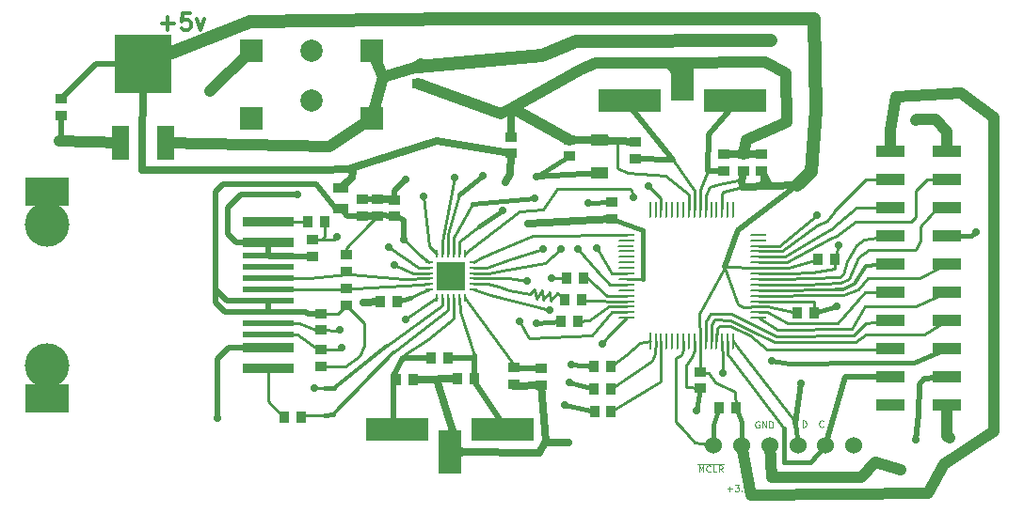
<source format=gtl>
G04 (created by PCBNEW (2013-08-24 BZR 4298)-stable) date Sat 16 Nov 2013 10:00:17 PM PST*
%MOIN*%
G04 Gerber Fmt 3.4, Leading zero omitted, Abs format*
%FSLAX34Y34*%
G01*
G70*
G90*
G04 APERTURE LIST*
%ADD10C,0.005906*%
%ADD11C,0.003937*%
%ADD12C,0.011811*%
%ADD13R,0.039400X0.035400*%
%ADD14R,0.035400X0.039400*%
%ADD15C,0.060000*%
%ADD16R,0.060000X0.120000*%
%ADD17R,0.200000X0.210000*%
%ADD18R,0.055000X0.035000*%
%ADD19R,0.009800X0.060000*%
%ADD20O,0.009800X0.060000*%
%ADD21O,0.060000X0.009800*%
%ADD22R,0.059100X0.039400*%
%ADD23R,0.061000X0.039400*%
%ADD24R,0.100000X0.039000*%
%ADD25R,0.098400X0.098400*%
%ADD26O,0.009800X0.031500*%
%ADD27O,0.031500X0.009800*%
%ADD28C,0.023622*%
%ADD29R,0.220472X0.082677*%
%ADD30R,0.082677X0.157480*%
%ADD31R,0.181102X0.031890*%
%ADD32R,0.181102X0.024016*%
%ADD33C,0.157480*%
%ADD34R,0.153543X0.098425*%
%ADD35C,0.078700*%
%ADD36R,0.078700X0.078700*%
%ADD37C,0.027559*%
%ADD38C,0.039370*%
%ADD39C,0.019685*%
%ADD40C,0.027559*%
%ADD41C,0.009843*%
%ADD42C,0.047244*%
%ADD43C,0.015748*%
G04 APERTURE END LIST*
G54D10*
G54D11*
X39069Y-47386D02*
X39069Y-47150D01*
X39125Y-47150D01*
X39159Y-47161D01*
X39181Y-47183D01*
X39192Y-47206D01*
X39204Y-47251D01*
X39204Y-47285D01*
X39192Y-47330D01*
X39181Y-47352D01*
X39159Y-47375D01*
X39125Y-47386D01*
X39069Y-47386D01*
X39800Y-47363D02*
X39789Y-47375D01*
X39755Y-47386D01*
X39732Y-47386D01*
X39699Y-47375D01*
X39676Y-47352D01*
X39665Y-47330D01*
X39654Y-47285D01*
X39654Y-47251D01*
X39665Y-47206D01*
X39676Y-47183D01*
X39699Y-47161D01*
X39732Y-47150D01*
X39755Y-47150D01*
X39789Y-47161D01*
X39800Y-47172D01*
G54D12*
X16367Y-33073D02*
X16817Y-33073D01*
X16592Y-33298D02*
X16592Y-32848D01*
X17379Y-32708D02*
X17098Y-32708D01*
X17070Y-32989D01*
X17098Y-32961D01*
X17154Y-32933D01*
X17295Y-32933D01*
X17351Y-32961D01*
X17379Y-32989D01*
X17407Y-33045D01*
X17407Y-33186D01*
X17379Y-33242D01*
X17351Y-33270D01*
X17295Y-33298D01*
X17154Y-33298D01*
X17098Y-33270D01*
X17070Y-33242D01*
X17604Y-32904D02*
X17745Y-33298D01*
X17885Y-32904D01*
G54D11*
X37528Y-47192D02*
X37506Y-47181D01*
X37472Y-47181D01*
X37438Y-47192D01*
X37416Y-47215D01*
X37404Y-47237D01*
X37393Y-47282D01*
X37393Y-47316D01*
X37404Y-47361D01*
X37416Y-47384D01*
X37438Y-47406D01*
X37472Y-47417D01*
X37494Y-47417D01*
X37528Y-47406D01*
X37539Y-47395D01*
X37539Y-47316D01*
X37494Y-47316D01*
X37641Y-47417D02*
X37641Y-47181D01*
X37776Y-47417D01*
X37776Y-47181D01*
X37888Y-47417D02*
X37888Y-47181D01*
X37944Y-47181D01*
X37978Y-47192D01*
X38001Y-47215D01*
X38012Y-47237D01*
X38023Y-47282D01*
X38023Y-47316D01*
X38012Y-47361D01*
X38001Y-47384D01*
X37978Y-47406D01*
X37944Y-47417D01*
X37888Y-47417D01*
X36397Y-49579D02*
X36577Y-49579D01*
X36487Y-49669D02*
X36487Y-49489D01*
X36667Y-49433D02*
X36813Y-49433D01*
X36734Y-49523D01*
X36768Y-49523D01*
X36790Y-49534D01*
X36802Y-49546D01*
X36813Y-49568D01*
X36813Y-49624D01*
X36802Y-49647D01*
X36790Y-49658D01*
X36768Y-49669D01*
X36700Y-49669D01*
X36678Y-49658D01*
X36667Y-49647D01*
X36914Y-49647D02*
X36925Y-49658D01*
X36914Y-49669D01*
X36903Y-49658D01*
X36914Y-49647D01*
X36914Y-49669D01*
X37004Y-49433D02*
X37150Y-49433D01*
X37071Y-49523D01*
X37105Y-49523D01*
X37128Y-49534D01*
X37139Y-49546D01*
X37150Y-49568D01*
X37150Y-49624D01*
X37139Y-49647D01*
X37128Y-49658D01*
X37105Y-49669D01*
X37038Y-49669D01*
X37015Y-49658D01*
X37004Y-49647D01*
X37229Y-49512D02*
X37285Y-49669D01*
X37341Y-49512D01*
X35400Y-48976D02*
X35400Y-48740D01*
X35479Y-48909D01*
X35557Y-48740D01*
X35557Y-48976D01*
X35805Y-48954D02*
X35794Y-48965D01*
X35760Y-48976D01*
X35737Y-48976D01*
X35704Y-48965D01*
X35681Y-48943D01*
X35670Y-48920D01*
X35659Y-48875D01*
X35659Y-48841D01*
X35670Y-48796D01*
X35681Y-48774D01*
X35704Y-48751D01*
X35737Y-48740D01*
X35760Y-48740D01*
X35794Y-48751D01*
X35805Y-48763D01*
X36019Y-48976D02*
X35906Y-48976D01*
X35906Y-48740D01*
X36232Y-48976D02*
X36154Y-48864D01*
X36097Y-48976D02*
X36097Y-48740D01*
X36187Y-48740D01*
X36210Y-48751D01*
X36221Y-48763D01*
X36232Y-48785D01*
X36232Y-48819D01*
X36221Y-48841D01*
X36210Y-48853D01*
X36187Y-48864D01*
X36097Y-48864D01*
X35344Y-48700D02*
X36277Y-48700D01*
G54D13*
X21720Y-41323D03*
X21720Y-40731D03*
G54D14*
X22130Y-40106D03*
X21538Y-40106D03*
X36105Y-46692D03*
X36697Y-46692D03*
X21307Y-47019D03*
X20715Y-47019D03*
G54D13*
X22019Y-44633D03*
X22019Y-45225D03*
X22000Y-43945D03*
X22000Y-43353D03*
X22905Y-42475D03*
X22905Y-43067D03*
X22897Y-41862D03*
X22897Y-41270D03*
G54D14*
X31107Y-43633D03*
X30515Y-43633D03*
X31240Y-42854D03*
X30648Y-42854D03*
X31299Y-42106D03*
X30707Y-42106D03*
X25924Y-44940D03*
X26516Y-44940D03*
X32292Y-46830D03*
X31700Y-46830D03*
X32276Y-46035D03*
X31684Y-46035D03*
X32280Y-45232D03*
X31688Y-45232D03*
G54D15*
X39893Y-48035D03*
X40893Y-48037D03*
X35901Y-48035D03*
X36901Y-48037D03*
X38897Y-48037D03*
X37897Y-48035D03*
G54D13*
X36988Y-37692D03*
X36988Y-38284D03*
X36279Y-37696D03*
X36279Y-38288D03*
X33129Y-37282D03*
X33129Y-37874D03*
X37610Y-37707D03*
X37610Y-38299D03*
X30826Y-37184D03*
X30826Y-37776D03*
G54D14*
X40209Y-41433D03*
X39617Y-41433D03*
G54D13*
X32318Y-39400D03*
X32318Y-39992D03*
G54D14*
X39484Y-43342D03*
X38892Y-43342D03*
G54D13*
X12803Y-36331D03*
X12803Y-35739D03*
X35433Y-46016D03*
X35433Y-45424D03*
X25448Y-35197D03*
X25448Y-34605D03*
X24023Y-39302D03*
X24023Y-39894D03*
X24610Y-39322D03*
X24610Y-39914D03*
G54D14*
X24684Y-45688D03*
X25276Y-45688D03*
X27441Y-45681D03*
X26849Y-45681D03*
G54D13*
X29803Y-45906D03*
X29803Y-45314D03*
G54D16*
X14904Y-37285D03*
X16504Y-37285D03*
G54D17*
X15704Y-34485D03*
G54D18*
X22708Y-38888D03*
X22708Y-39638D03*
G54D19*
X33665Y-44346D03*
G54D20*
X33862Y-44346D03*
X34059Y-44346D03*
X34256Y-44346D03*
X34453Y-44346D03*
X34649Y-44346D03*
X34846Y-44346D03*
X35043Y-44346D03*
X35240Y-44346D03*
X35437Y-44346D03*
X35634Y-44346D03*
X35830Y-44346D03*
X36027Y-44346D03*
X36224Y-44346D03*
X36421Y-44346D03*
X36618Y-44346D03*
G54D21*
X37516Y-43511D03*
X37516Y-43314D03*
X37516Y-43117D03*
X37516Y-42920D03*
X37516Y-42723D03*
X37516Y-42527D03*
X37516Y-42330D03*
X37516Y-42133D03*
X37516Y-41936D03*
X37516Y-41739D03*
X37516Y-41542D03*
X37516Y-41346D03*
X37516Y-41149D03*
X37516Y-40952D03*
X37516Y-40755D03*
X37516Y-40558D03*
G54D20*
X36618Y-39660D03*
X36421Y-39660D03*
X36224Y-39660D03*
X36027Y-39660D03*
X35830Y-39660D03*
X35634Y-39660D03*
X35437Y-39660D03*
X35240Y-39660D03*
X35043Y-39660D03*
X34846Y-39660D03*
X34649Y-39660D03*
X34453Y-39660D03*
X34256Y-39660D03*
X34059Y-39660D03*
X33862Y-39660D03*
X33665Y-39660D03*
G54D21*
X32830Y-40558D03*
X32830Y-40755D03*
X32830Y-41149D03*
X32823Y-40952D03*
X32830Y-41346D03*
X32830Y-41542D03*
X32830Y-41739D03*
X32830Y-41936D03*
X32830Y-42133D03*
X32830Y-42330D03*
X32830Y-42524D03*
X32830Y-42721D03*
X32830Y-42918D03*
X32830Y-43115D03*
X32830Y-43311D03*
X32830Y-43508D03*
G54D22*
X31883Y-38351D03*
G54D23*
X31887Y-37199D03*
G54D24*
X42185Y-37606D03*
X44185Y-37606D03*
X42185Y-40606D03*
X44185Y-39606D03*
X44185Y-38606D03*
X42185Y-38606D03*
X42185Y-39606D03*
X42185Y-41606D03*
X44185Y-40606D03*
X44185Y-41606D03*
X44185Y-42606D03*
X44185Y-46606D03*
X44185Y-45606D03*
X44185Y-44606D03*
X44185Y-43606D03*
X42185Y-42606D03*
X42185Y-43606D03*
X42185Y-44606D03*
X42185Y-45606D03*
X42185Y-46606D03*
G54D14*
X24105Y-42925D03*
X24697Y-42925D03*
G54D25*
X26618Y-42019D03*
G54D26*
X26126Y-42806D03*
X26323Y-42806D03*
X26520Y-42806D03*
X26716Y-42806D03*
X26913Y-42806D03*
X27110Y-42806D03*
G54D27*
X27405Y-42511D03*
X27405Y-42314D03*
X27405Y-42117D03*
X27405Y-41921D03*
X27405Y-41724D03*
X27405Y-41527D03*
G54D26*
X27110Y-41232D03*
X26913Y-41232D03*
X26716Y-41232D03*
X26520Y-41232D03*
X26323Y-41232D03*
X26126Y-41232D03*
G54D27*
X25831Y-41527D03*
X25831Y-41724D03*
X25831Y-41921D03*
X25831Y-42117D03*
X25831Y-42314D03*
X25831Y-42511D03*
G54D28*
X26618Y-42019D03*
X26318Y-41719D03*
X26318Y-42319D03*
X26918Y-41719D03*
X26918Y-42319D03*
G54D29*
X32933Y-35807D03*
X36673Y-35807D03*
G54D30*
X34803Y-35019D03*
G54D29*
X28444Y-47476D03*
X24704Y-47476D03*
G54D30*
X26574Y-48263D03*
G54D31*
X20137Y-40102D03*
X20137Y-40826D03*
G54D32*
X20137Y-41299D03*
X20137Y-41700D03*
X20137Y-42503D03*
X20137Y-44102D03*
X20137Y-43299D03*
G54D31*
X20137Y-45299D03*
X20137Y-44574D03*
G54D32*
X20137Y-42901D03*
X20137Y-43700D03*
G54D33*
X12295Y-45200D03*
X12295Y-40200D03*
G54D32*
X20137Y-42102D03*
G54D34*
X12295Y-39039D03*
X12295Y-46362D03*
G54D13*
X28830Y-45851D03*
X28830Y-45259D03*
X23464Y-39294D03*
X23464Y-39886D03*
X28740Y-37089D03*
X28740Y-37681D03*
G54D35*
X21692Y-35791D03*
G54D36*
X23822Y-34019D03*
X23822Y-36421D03*
X19560Y-34019D03*
X19560Y-36421D03*
G54D35*
X21692Y-34019D03*
G54D37*
X29330Y-40153D03*
X28543Y-38716D03*
X29300Y-42200D03*
X37952Y-33661D03*
X44263Y-47763D03*
X25003Y-43582D03*
X24948Y-40736D03*
X39590Y-39870D03*
X33090Y-39240D03*
X29035Y-43622D03*
X28437Y-39708D03*
X30511Y-41062D03*
X31968Y-44429D03*
X43070Y-36500D03*
X25011Y-38610D03*
X18358Y-47059D03*
X21188Y-39149D03*
X28779Y-36082D03*
X18062Y-35464D03*
X23503Y-42952D03*
X30779Y-47940D03*
X42547Y-48905D03*
X35295Y-46799D03*
X40271Y-43110D03*
X40334Y-40948D03*
X31480Y-39437D03*
X12736Y-37224D03*
X43090Y-47834D03*
X39027Y-45846D03*
X30098Y-43232D03*
X30177Y-42106D03*
X22574Y-40629D03*
X21779Y-46000D03*
X30889Y-45165D03*
X27748Y-38472D03*
X30814Y-45787D03*
X26748Y-38547D03*
X30637Y-46586D03*
X25649Y-39208D03*
X29645Y-43700D03*
X29877Y-41062D03*
X29629Y-38488D03*
X31783Y-41031D03*
X36240Y-45452D03*
X37980Y-45019D03*
X45196Y-40468D03*
X33610Y-38830D03*
X24397Y-41007D03*
X22688Y-43921D03*
X24598Y-41637D03*
X22728Y-44582D03*
X31122Y-41082D03*
X29566Y-39271D03*
G54D38*
X43492Y-49720D02*
X43519Y-49720D01*
X37244Y-49803D02*
X43492Y-49720D01*
X36901Y-48037D02*
X37244Y-49803D01*
X42185Y-36818D02*
X42185Y-37606D01*
X42389Y-35669D02*
X42185Y-36818D01*
X44669Y-35535D02*
X42389Y-35669D01*
X45850Y-36405D02*
X44669Y-35535D01*
X45850Y-47547D02*
X45850Y-36405D01*
X43519Y-49720D02*
X44090Y-48708D01*
X44090Y-48708D02*
X45850Y-47547D01*
G54D39*
X15704Y-34485D02*
X14057Y-34485D01*
X14057Y-34485D02*
X12803Y-35739D01*
G54D40*
X23138Y-38323D02*
X23125Y-38534D01*
X21976Y-38263D02*
X22980Y-38220D01*
X22980Y-38220D02*
X23138Y-38323D01*
X23125Y-38534D02*
X22708Y-38888D01*
G54D41*
X36311Y-41722D02*
X36771Y-43027D01*
X36988Y-43125D02*
X37516Y-43117D01*
X36771Y-43027D02*
X36988Y-43125D01*
X35437Y-44346D02*
X35421Y-43358D01*
X35421Y-43358D02*
X36311Y-41722D01*
X36311Y-41722D02*
X36314Y-41716D01*
X37516Y-41739D02*
X36314Y-41716D01*
G54D39*
X36771Y-40389D02*
X36314Y-41716D01*
X36771Y-40389D02*
X38874Y-38807D01*
G54D41*
X36697Y-46692D02*
X36681Y-46129D01*
X35748Y-45452D02*
X35433Y-45424D01*
X35964Y-45807D02*
X35748Y-45452D01*
X36681Y-46129D02*
X35964Y-45807D01*
G54D42*
X39551Y-36149D02*
X39389Y-38326D01*
X39389Y-38326D02*
X38874Y-38807D01*
X39488Y-32913D02*
X39551Y-36149D01*
G54D40*
X38874Y-38807D02*
X37927Y-38840D01*
G54D42*
X19500Y-33000D02*
X26881Y-32901D01*
X26881Y-32901D02*
X30885Y-32913D01*
X30885Y-32913D02*
X39488Y-32913D01*
X15704Y-34485D02*
X19500Y-33000D01*
G54D40*
X37610Y-38299D02*
X37927Y-38840D01*
X36921Y-38669D02*
X36988Y-38284D01*
X37927Y-38840D02*
X36952Y-38874D01*
X36952Y-38874D02*
X36921Y-38669D01*
G54D41*
X37610Y-38299D02*
X37604Y-38708D01*
X36225Y-39102D02*
X36225Y-39633D01*
X36271Y-39047D02*
X36225Y-39102D01*
X37604Y-38708D02*
X36271Y-39047D01*
G54D43*
X36697Y-46692D02*
X36901Y-47204D01*
X36901Y-47204D02*
X36901Y-48037D01*
G54D41*
X35437Y-44346D02*
X35433Y-45424D01*
X37516Y-43117D02*
X37795Y-43110D01*
X37795Y-43110D02*
X38892Y-43342D01*
X37516Y-41739D02*
X38562Y-41732D01*
X38562Y-41732D02*
X39625Y-41448D01*
G54D43*
X32318Y-39992D02*
X33417Y-40389D01*
X33417Y-40389D02*
X33421Y-42122D01*
G54D40*
X29330Y-40153D02*
X32318Y-39992D01*
G54D41*
X36988Y-38284D02*
X36960Y-38610D01*
X35629Y-39181D02*
X35783Y-38862D01*
X35783Y-38862D02*
X36106Y-38771D01*
X35634Y-39660D02*
X35629Y-39181D01*
X36960Y-38610D02*
X36106Y-38771D01*
X32830Y-42133D02*
X33421Y-42122D01*
X27405Y-42117D02*
X28645Y-42114D01*
X28645Y-42114D02*
X29300Y-42200D01*
X29330Y-40153D02*
X29263Y-40086D01*
G54D40*
X15704Y-34485D02*
X15673Y-38267D01*
X15673Y-38267D02*
X18263Y-38267D01*
X14948Y-35397D02*
X15704Y-34485D01*
X18263Y-38267D02*
X21976Y-38263D01*
X28708Y-38409D02*
X28543Y-38716D01*
X28740Y-37716D02*
X28708Y-38409D01*
X22980Y-38220D02*
X26106Y-37232D01*
X26106Y-37232D02*
X28704Y-37676D01*
X28704Y-37676D02*
X28740Y-37716D01*
G54D42*
X31043Y-33704D02*
X37952Y-33661D01*
X29830Y-34187D02*
X31043Y-33704D01*
G54D38*
X44185Y-47685D02*
X44185Y-46606D01*
X44263Y-47763D02*
X44185Y-47685D01*
X25448Y-34605D02*
X24216Y-34953D01*
X23822Y-36421D02*
X22303Y-37440D01*
X22303Y-37440D02*
X16504Y-37285D01*
X23822Y-36421D02*
X24216Y-34953D01*
X24216Y-34953D02*
X23822Y-34019D01*
G54D42*
X25448Y-34605D02*
X29830Y-34187D01*
G54D40*
X29830Y-34187D02*
X29897Y-34165D01*
G54D38*
X25448Y-34605D02*
X25547Y-34507D01*
G54D39*
X23464Y-39886D02*
X22956Y-39886D01*
X22956Y-39886D02*
X22708Y-39638D01*
X22708Y-39638D02*
X22508Y-39599D01*
X18271Y-39043D02*
X18271Y-42393D01*
X18555Y-38759D02*
X18271Y-39043D01*
X21846Y-38759D02*
X18555Y-38759D01*
X22508Y-39599D02*
X21846Y-38759D01*
X24948Y-40736D02*
X24948Y-40047D01*
X24948Y-40047D02*
X24610Y-39914D01*
X18271Y-42964D02*
X18271Y-42393D01*
X18271Y-42496D02*
X18271Y-42393D01*
G54D41*
X23530Y-43759D02*
X23530Y-43692D01*
X22870Y-45228D02*
X23385Y-44881D01*
X22019Y-45225D02*
X22870Y-45228D01*
X23530Y-43692D02*
X22905Y-43067D01*
X23385Y-44881D02*
X23558Y-44500D01*
X23558Y-44500D02*
X23530Y-43759D01*
G54D39*
X20137Y-42901D02*
X20137Y-43299D01*
X20137Y-43299D02*
X18606Y-43299D01*
X18606Y-43299D02*
X18271Y-42964D01*
X20137Y-42901D02*
X18677Y-42901D01*
X18677Y-42901D02*
X18271Y-42496D01*
G54D41*
X24023Y-39894D02*
X23700Y-40216D01*
X22897Y-41019D02*
X22897Y-41270D01*
X23700Y-40216D02*
X22897Y-41019D01*
G54D39*
X22000Y-43353D02*
X21550Y-43361D01*
X21488Y-43299D02*
X20137Y-43299D01*
X21550Y-43361D02*
X21488Y-43299D01*
G54D41*
X22000Y-43353D02*
X22611Y-43361D01*
X22611Y-43361D02*
X22905Y-43067D01*
G54D40*
X23476Y-39897D02*
X24023Y-39894D01*
G54D39*
X24023Y-39894D02*
X24051Y-39866D01*
X24051Y-39866D02*
X24610Y-39914D01*
G54D41*
X25831Y-41527D02*
X25700Y-41431D01*
X25700Y-41431D02*
X25600Y-41358D01*
G54D43*
X24979Y-43567D02*
X24979Y-43564D01*
X25003Y-43582D02*
X24979Y-43567D01*
G54D41*
X25600Y-41358D02*
X24948Y-40736D01*
X26126Y-42806D02*
X25913Y-42932D01*
X25913Y-42932D02*
X24979Y-43564D01*
X32830Y-43115D02*
X32212Y-43114D01*
X31519Y-43606D02*
X31107Y-43633D01*
X32212Y-43114D02*
X31519Y-43606D01*
X37516Y-40952D02*
X38236Y-40951D01*
X30385Y-38933D02*
X32968Y-38925D01*
X29866Y-39669D02*
X30385Y-38933D01*
X32968Y-38925D02*
X33067Y-39162D01*
X29035Y-39744D02*
X29866Y-39669D01*
X27318Y-41071D02*
X29035Y-39744D01*
X27110Y-41232D02*
X27318Y-41071D01*
X38236Y-40951D02*
X39590Y-39870D01*
X33090Y-39240D02*
X33067Y-39162D01*
X33067Y-39162D02*
X33067Y-39162D01*
X27405Y-41527D02*
X27724Y-41371D01*
X29496Y-40598D02*
X32830Y-40558D01*
X28232Y-41122D02*
X29496Y-40598D01*
X27724Y-41371D02*
X28232Y-41122D01*
X32830Y-43311D02*
X32318Y-43307D01*
X32318Y-43307D02*
X31618Y-44141D01*
X31618Y-44141D02*
X29370Y-44220D01*
X29370Y-44220D02*
X29035Y-43622D01*
G54D43*
X28437Y-39708D02*
X27598Y-40259D01*
G54D41*
X26917Y-40811D02*
X26913Y-41232D01*
X26917Y-40811D02*
X27598Y-40259D01*
X32830Y-42918D02*
X31377Y-42917D01*
X31377Y-42917D02*
X31240Y-42854D01*
X32830Y-42721D02*
X32157Y-42728D01*
X31421Y-42059D02*
X31299Y-42106D01*
X32157Y-42728D02*
X31421Y-42059D01*
X32830Y-43508D02*
X32629Y-43708D01*
X32629Y-43708D02*
X32185Y-44151D01*
X31968Y-44429D02*
X32191Y-44156D01*
X32185Y-44151D02*
X32191Y-44156D01*
X27405Y-41921D02*
X27960Y-41933D01*
X27960Y-41933D02*
X28444Y-41834D01*
X28444Y-41834D02*
X29952Y-41566D01*
X29952Y-41566D02*
X30511Y-41062D01*
X30511Y-41062D02*
X30519Y-41056D01*
X33862Y-44346D02*
X33858Y-44783D01*
X33740Y-45019D02*
X32276Y-46035D01*
X33858Y-44783D02*
X33740Y-45019D01*
X34059Y-44346D02*
X34059Y-45129D01*
X34059Y-45751D02*
X32292Y-46830D01*
X34059Y-45129D02*
X34059Y-45751D01*
X33665Y-44346D02*
X33303Y-44406D01*
X33303Y-44406D02*
X32811Y-44838D01*
X32811Y-44838D02*
X32280Y-45232D01*
G54D38*
X44185Y-37606D02*
X44185Y-36885D01*
X43767Y-36468D02*
X44185Y-36885D01*
X43102Y-36468D02*
X43767Y-36468D01*
X43102Y-36468D02*
X43070Y-36500D01*
G54D40*
X28740Y-37089D02*
X28740Y-36122D01*
G54D39*
X28740Y-36122D02*
X28779Y-36082D01*
X24023Y-39302D02*
X23472Y-39302D01*
X23472Y-39302D02*
X23464Y-39294D01*
X24610Y-39322D02*
X24610Y-39011D01*
X24610Y-39011D02*
X25011Y-38610D01*
X12803Y-36331D02*
X12803Y-37157D01*
X12803Y-37157D02*
X12736Y-37224D01*
X20137Y-44574D02*
X18740Y-44574D01*
X18740Y-44574D02*
X18358Y-44956D01*
X18358Y-44956D02*
X18358Y-47059D01*
X20137Y-40826D02*
X19003Y-40826D01*
X19003Y-40826D02*
X18720Y-40543D01*
X18720Y-40543D02*
X18720Y-39606D01*
X18720Y-39606D02*
X19177Y-39149D01*
X19177Y-39149D02*
X21188Y-39149D01*
X20137Y-41299D02*
X20137Y-40826D01*
X21720Y-41323D02*
X20162Y-41323D01*
X20162Y-41323D02*
X20137Y-41299D01*
G54D38*
X26574Y-48263D02*
X26901Y-48267D01*
X34803Y-35019D02*
X34363Y-34459D01*
X28779Y-36082D02*
X31220Y-34685D01*
X37066Y-37204D02*
X36988Y-37692D01*
X38503Y-36555D02*
X37066Y-37204D01*
X38484Y-34822D02*
X38503Y-36555D01*
X37736Y-34448D02*
X38484Y-34822D01*
X31751Y-34468D02*
X34363Y-34459D01*
X34363Y-34459D02*
X37736Y-34448D01*
X31220Y-34685D02*
X31751Y-34468D01*
X25448Y-35197D02*
X28385Y-36279D01*
X28385Y-36279D02*
X28779Y-36082D01*
X30826Y-37184D02*
X28779Y-36082D01*
X19560Y-34019D02*
X18062Y-35464D01*
G54D41*
X37516Y-41936D02*
X38543Y-41929D01*
X38543Y-41929D02*
X39429Y-41889D01*
G54D40*
X24105Y-42925D02*
X23503Y-42952D01*
X37610Y-37707D02*
X36988Y-37692D01*
X29941Y-47941D02*
X30779Y-47940D01*
G54D38*
X41648Y-48621D02*
X42547Y-48905D01*
G54D43*
X35433Y-46016D02*
X35295Y-46799D01*
G54D38*
X37897Y-48035D02*
X37992Y-49173D01*
X41145Y-49153D02*
X41648Y-48621D01*
X37992Y-49173D02*
X41145Y-49153D01*
G54D40*
X26122Y-45688D02*
X26901Y-48267D01*
X26901Y-48267D02*
X29736Y-48299D01*
X29736Y-48299D02*
X29941Y-47941D01*
X29941Y-47941D02*
X29968Y-47893D01*
X29968Y-47893D02*
X29803Y-45906D01*
G54D41*
X35240Y-44346D02*
X35236Y-44665D01*
X35236Y-44665D02*
X35137Y-44901D01*
X35137Y-44901D02*
X34929Y-45200D01*
X34929Y-45200D02*
X34933Y-45952D01*
X34933Y-45952D02*
X35433Y-46016D01*
G54D43*
X39484Y-43342D02*
X40271Y-43110D01*
G54D41*
X37516Y-42920D02*
X37897Y-42920D01*
X37897Y-42920D02*
X38251Y-42921D01*
X38251Y-42921D02*
X38645Y-42921D01*
X38645Y-42921D02*
X39295Y-42921D01*
X39295Y-42921D02*
X39488Y-42933D01*
X39488Y-42933D02*
X39484Y-43342D01*
X40209Y-41433D02*
X40334Y-40948D01*
X40200Y-41767D02*
X40209Y-41433D01*
X39425Y-41890D02*
X40200Y-41767D01*
X35043Y-39660D02*
X35043Y-39141D01*
X35043Y-39141D02*
X34220Y-38480D01*
X34220Y-38480D02*
X32862Y-38358D01*
X32862Y-38358D02*
X32519Y-38208D01*
X32519Y-38208D02*
X32519Y-37322D01*
X32401Y-37303D02*
X31887Y-37199D01*
X32519Y-37322D02*
X32401Y-37303D01*
G54D40*
X36279Y-37696D02*
X36988Y-37692D01*
X31887Y-37199D02*
X30826Y-37184D01*
X33129Y-37282D02*
X31887Y-37199D01*
G54D43*
X32318Y-39400D02*
X31480Y-39437D01*
G54D40*
X24610Y-39322D02*
X24210Y-39299D01*
X24210Y-39299D02*
X24023Y-39302D01*
X29803Y-45906D02*
X28830Y-45930D01*
X26849Y-45681D02*
X26198Y-45682D01*
X26198Y-45682D02*
X26122Y-45688D01*
X26122Y-45688D02*
X25276Y-45688D01*
G54D38*
X14904Y-37285D02*
X14894Y-37295D01*
X14894Y-37295D02*
X12736Y-37224D01*
G54D41*
X21538Y-40106D02*
X20141Y-40106D01*
X20141Y-40106D02*
X20137Y-40102D01*
G54D39*
X39893Y-48035D02*
X40570Y-45610D01*
X40570Y-45610D02*
X42185Y-45606D01*
G54D41*
X36421Y-44346D02*
X36417Y-44803D01*
X36417Y-44803D02*
X36535Y-44980D01*
X36535Y-44980D02*
X38401Y-47425D01*
G54D43*
X38401Y-47425D02*
X38409Y-48625D01*
X38409Y-48625D02*
X39354Y-48629D01*
X39354Y-48629D02*
X39893Y-48035D01*
G54D39*
X38807Y-47277D02*
X39027Y-45846D01*
X43393Y-45661D02*
X44185Y-45606D01*
X43200Y-45854D02*
X43393Y-45661D01*
X43185Y-46933D02*
X43200Y-45854D01*
X43090Y-47834D02*
X43185Y-46933D01*
G54D41*
X36618Y-44346D02*
X36787Y-44567D01*
X36787Y-44567D02*
X38799Y-47208D01*
G54D43*
X38799Y-47208D02*
X38807Y-47277D01*
X38807Y-47277D02*
X38897Y-48037D01*
G54D41*
X27405Y-42314D02*
X27900Y-42308D01*
X27900Y-42308D02*
X28300Y-42400D01*
X28300Y-42400D02*
X28692Y-42523D01*
X28692Y-42523D02*
X29401Y-42678D01*
X29401Y-42678D02*
X29570Y-42488D01*
X29570Y-42488D02*
X29633Y-42830D01*
X29633Y-42830D02*
X29834Y-42543D01*
X29834Y-42543D02*
X29889Y-42862D01*
X29889Y-42862D02*
X30114Y-42606D01*
X30114Y-42606D02*
X30145Y-42897D01*
X30145Y-42897D02*
X30362Y-42633D01*
X30362Y-42633D02*
X30648Y-42854D01*
X30177Y-42106D02*
X30707Y-42106D01*
X27405Y-42511D02*
X28027Y-42692D01*
X28027Y-42692D02*
X30098Y-43232D01*
X25831Y-42511D02*
X25500Y-42645D01*
X25500Y-42645D02*
X25177Y-42799D01*
G54D43*
X25177Y-42799D02*
X24697Y-42925D01*
G54D41*
X22145Y-46972D02*
X21355Y-46972D01*
G54D43*
X22145Y-46972D02*
X22440Y-46948D01*
G54D41*
X26520Y-42806D02*
X26515Y-43248D01*
G54D12*
X24590Y-44745D02*
X22440Y-46948D01*
G54D41*
X26515Y-43248D02*
X24590Y-44745D01*
X21355Y-46972D02*
X21307Y-47019D01*
X22141Y-46010D02*
X21790Y-46010D01*
X26323Y-42806D02*
X26318Y-43070D01*
G54D43*
X22492Y-46008D02*
X22141Y-46010D01*
G54D12*
X24330Y-44500D02*
X22492Y-46008D01*
G54D41*
X26318Y-43070D02*
X24330Y-44500D01*
X22473Y-40731D02*
X21720Y-40731D01*
X22574Y-40629D02*
X22473Y-40731D01*
X21790Y-46010D02*
X21779Y-46000D01*
X22130Y-40106D02*
X22130Y-40621D01*
X22020Y-40731D02*
X21720Y-40731D01*
X22130Y-40621D02*
X22020Y-40731D01*
G54D39*
X33129Y-37874D02*
X34467Y-37893D01*
G54D41*
X35240Y-39660D02*
X35244Y-38984D01*
X35244Y-38984D02*
X34467Y-37893D01*
G54D39*
X34467Y-37893D02*
X32803Y-35821D01*
G54D43*
X31688Y-45232D02*
X30889Y-45165D01*
X27748Y-38472D02*
X26925Y-39149D01*
G54D41*
X26925Y-39149D02*
X26527Y-40547D01*
X26527Y-40547D02*
X26527Y-40546D01*
X26520Y-41232D02*
X26527Y-40546D01*
X26527Y-40546D02*
X26527Y-40525D01*
G54D43*
X31684Y-46035D02*
X30814Y-45787D01*
G54D41*
X26748Y-38547D02*
X26311Y-40787D01*
X26311Y-40787D02*
X26323Y-41232D01*
G54D43*
X31700Y-46830D02*
X30637Y-46586D01*
G54D41*
X25649Y-39208D02*
X25846Y-40980D01*
X25846Y-40980D02*
X26126Y-41232D01*
G54D39*
X25924Y-44940D02*
X24898Y-44940D01*
G54D41*
X24574Y-45692D02*
X24684Y-45688D01*
X26716Y-42806D02*
X26712Y-43543D01*
X24948Y-44838D02*
X24898Y-44940D01*
X26712Y-43543D02*
X25795Y-44255D01*
X25795Y-44255D02*
X24948Y-44838D01*
G54D39*
X24583Y-45582D02*
X24574Y-45692D01*
X24898Y-44940D02*
X24583Y-45582D01*
X24574Y-45692D02*
X24574Y-47500D01*
X26516Y-44940D02*
X27440Y-44940D01*
X27440Y-44940D02*
X27440Y-44940D01*
G54D41*
X27441Y-45681D02*
X27525Y-45869D01*
X26913Y-42806D02*
X26960Y-43303D01*
X26960Y-43303D02*
X27440Y-44847D01*
G54D43*
X27440Y-44847D02*
X27440Y-44940D01*
G54D39*
X27448Y-45751D02*
X27525Y-45869D01*
X27440Y-44940D02*
X27448Y-45751D01*
X27525Y-45869D02*
X28574Y-47462D01*
X29803Y-45314D02*
X28885Y-45314D01*
X28885Y-45314D02*
X28830Y-45259D01*
G54D41*
X27279Y-43040D02*
X28830Y-45180D01*
X27110Y-42806D02*
X27279Y-43040D01*
X27405Y-41724D02*
X27862Y-41728D01*
G54D43*
X29645Y-43700D02*
X30515Y-43633D01*
G54D41*
X28708Y-41425D02*
X29877Y-41062D01*
X27862Y-41728D02*
X28708Y-41425D01*
G54D43*
X29629Y-38488D02*
X30826Y-37776D01*
G54D41*
X31838Y-41129D02*
X31783Y-41031D01*
X32295Y-41933D02*
X31838Y-41129D01*
X32830Y-41936D02*
X32295Y-41933D01*
G54D39*
X29629Y-38488D02*
X31883Y-38351D01*
X36279Y-38288D02*
X35696Y-38287D01*
X35696Y-38287D02*
X35696Y-38287D01*
G54D41*
X35437Y-39660D02*
X35437Y-38980D01*
X35437Y-38980D02*
X35696Y-38287D01*
G54D39*
X35696Y-38287D02*
X35759Y-37000D01*
X35759Y-37000D02*
X36803Y-35783D01*
G54D41*
X43082Y-41102D02*
X43257Y-40762D01*
X43257Y-40762D02*
X43259Y-40271D01*
X38251Y-42318D02*
X37940Y-42323D01*
X37516Y-42330D02*
X37940Y-42323D01*
X39188Y-42318D02*
X38251Y-42318D01*
X40409Y-42283D02*
X39188Y-42318D01*
X40708Y-42137D02*
X40409Y-42283D01*
X41039Y-41381D02*
X40708Y-42137D01*
X41413Y-41102D02*
X41039Y-41381D01*
X43082Y-41102D02*
X41413Y-41102D01*
X43850Y-39606D02*
X44185Y-39606D01*
X43259Y-40271D02*
X43850Y-39606D01*
X37516Y-42133D02*
X37948Y-42124D01*
X38267Y-42118D02*
X39338Y-42110D01*
X40377Y-42055D02*
X40499Y-41974D01*
X39338Y-42110D02*
X40377Y-42055D01*
X40499Y-41974D02*
X40645Y-41507D01*
X40645Y-41507D02*
X40964Y-40925D01*
X40964Y-40925D02*
X41251Y-40748D01*
X41251Y-40748D02*
X42185Y-40606D01*
X37948Y-42124D02*
X38267Y-42118D01*
X40931Y-40090D02*
X42899Y-40090D01*
X43472Y-38606D02*
X44185Y-38606D01*
X43078Y-39000D02*
X43472Y-38606D01*
X43078Y-39940D02*
X43078Y-39000D01*
X42899Y-40090D02*
X43078Y-39940D01*
X37516Y-41542D02*
X38523Y-41535D01*
X40047Y-40688D02*
X40289Y-40611D01*
X40289Y-40611D02*
X40931Y-40090D01*
X40931Y-40090D02*
X40934Y-40088D01*
X38523Y-41535D02*
X40047Y-40688D01*
X42185Y-39606D02*
X40992Y-39614D01*
X38452Y-41346D02*
X37516Y-41346D01*
X39771Y-40546D02*
X38452Y-41346D01*
X40992Y-39614D02*
X40328Y-40121D01*
X40328Y-40121D02*
X40082Y-40354D01*
X40082Y-40354D02*
X39771Y-40546D01*
X40173Y-39753D02*
X40179Y-39737D01*
X39929Y-40062D02*
X40173Y-39753D01*
X39583Y-40247D02*
X39929Y-40062D01*
X38346Y-41141D02*
X39583Y-40247D01*
X37516Y-41149D02*
X38346Y-41141D01*
X41311Y-38606D02*
X42185Y-38606D01*
X40179Y-39737D02*
X41311Y-38606D01*
X36224Y-44346D02*
X36236Y-44984D01*
X36236Y-44984D02*
X36240Y-45452D01*
G54D43*
X41334Y-45098D02*
X43011Y-45106D01*
X38610Y-45129D02*
X41334Y-45098D01*
X37980Y-45019D02*
X38610Y-45129D01*
X43011Y-45106D02*
X44185Y-44606D01*
G54D41*
X36027Y-44346D02*
X36031Y-43870D01*
X36031Y-43870D02*
X36145Y-43795D01*
X36145Y-43795D02*
X36496Y-43807D01*
X36496Y-43807D02*
X37194Y-44149D01*
X37801Y-44632D02*
X41346Y-44625D01*
X37194Y-44149D02*
X37801Y-44632D01*
X41346Y-44625D02*
X42185Y-44606D01*
X35830Y-44346D02*
X35830Y-43763D01*
X43393Y-44094D02*
X44185Y-43606D01*
X41307Y-44098D02*
X43393Y-44094D01*
X37177Y-43929D02*
X38064Y-44383D01*
X38064Y-44383D02*
X40960Y-44358D01*
X40960Y-44358D02*
X41307Y-44098D01*
X36511Y-43586D02*
X37177Y-43929D01*
X35940Y-43582D02*
X36511Y-43586D01*
X35830Y-43763D02*
X35940Y-43582D01*
X35634Y-44346D02*
X35633Y-43637D01*
X35633Y-43637D02*
X35803Y-43370D01*
X35803Y-43370D02*
X36555Y-43358D01*
X36555Y-43358D02*
X38129Y-44161D01*
X38129Y-44161D02*
X40893Y-44149D01*
X41307Y-43713D02*
X42185Y-43606D01*
X40893Y-44149D02*
X41307Y-43713D01*
X44185Y-42606D02*
X43086Y-43106D01*
X43086Y-43106D02*
X41287Y-43098D01*
X41287Y-43098D02*
X40795Y-43909D01*
X40795Y-43909D02*
X38177Y-43940D01*
X38177Y-43940D02*
X37516Y-43511D01*
X37516Y-43314D02*
X37795Y-43307D01*
X37795Y-43307D02*
X38559Y-43708D01*
X38559Y-43708D02*
X40314Y-43700D01*
X40314Y-43700D02*
X41283Y-42614D01*
X41283Y-42614D02*
X42185Y-42606D01*
X37516Y-42723D02*
X37874Y-42721D01*
X37874Y-42721D02*
X39547Y-42712D01*
X39547Y-42712D02*
X40519Y-42712D01*
X40519Y-42712D02*
X41043Y-42488D01*
X41043Y-42488D02*
X41389Y-42098D01*
X41389Y-42098D02*
X43216Y-42098D01*
X43216Y-42098D02*
X44185Y-41606D01*
X37516Y-42527D02*
X37905Y-42525D01*
X37905Y-42525D02*
X40255Y-42511D01*
G54D12*
X41322Y-41677D02*
X42185Y-41606D01*
X40909Y-42295D02*
X41322Y-41677D01*
X40503Y-42488D02*
X40909Y-42295D01*
X40255Y-42511D02*
X40503Y-42488D01*
G54D41*
X34059Y-39660D02*
X34059Y-39280D01*
G54D43*
X45059Y-40606D02*
X44185Y-40606D01*
X45196Y-40468D02*
X45059Y-40606D01*
G54D41*
X34059Y-39280D02*
X33610Y-38830D01*
X21574Y-42094D02*
X22940Y-41957D01*
X20137Y-42102D02*
X21574Y-42094D01*
X22940Y-41957D02*
X22940Y-41957D01*
X23066Y-41976D02*
X23015Y-41980D01*
X24960Y-42125D02*
X23066Y-41976D01*
X25831Y-42117D02*
X24960Y-42125D01*
X23779Y-42444D02*
X23184Y-42468D01*
X25496Y-42318D02*
X23779Y-42444D01*
X25831Y-42314D02*
X25496Y-42318D01*
X23184Y-42468D02*
X22905Y-42475D01*
X20137Y-42503D02*
X22877Y-42503D01*
X22877Y-42503D02*
X22905Y-42475D01*
X22000Y-43945D02*
X21826Y-43948D01*
X21251Y-43700D02*
X20137Y-43700D01*
X21826Y-43948D02*
X21251Y-43700D01*
X25831Y-41724D02*
X25488Y-41724D01*
X24397Y-41007D02*
X25488Y-41724D01*
X22656Y-43953D02*
X22000Y-43945D01*
X22688Y-43921D02*
X22656Y-43953D01*
X22019Y-44633D02*
X21916Y-44633D01*
X21173Y-44102D02*
X20137Y-44102D01*
X21916Y-44633D02*
X21173Y-44102D01*
X25291Y-41929D02*
X24598Y-41637D01*
X25831Y-41921D02*
X25291Y-41929D01*
X22677Y-44633D02*
X22019Y-44633D01*
X22728Y-44582D02*
X22677Y-44633D01*
X20715Y-47019D02*
X20681Y-47019D01*
X20137Y-46476D02*
X20137Y-45299D01*
X20681Y-47019D02*
X20137Y-46476D01*
G54D43*
X27366Y-39468D02*
X29566Y-39271D01*
G54D41*
X26720Y-40677D02*
X27366Y-39468D01*
X26716Y-41232D02*
X26720Y-40677D01*
X31122Y-41082D02*
X31815Y-41874D01*
X32830Y-42330D02*
X32251Y-42330D01*
X32251Y-42330D02*
X31815Y-41874D01*
X31815Y-41874D02*
X31799Y-41858D01*
X34846Y-44346D02*
X34842Y-44625D01*
X34842Y-44625D02*
X34763Y-44822D01*
X34763Y-44822D02*
X34574Y-44929D01*
X34574Y-44929D02*
X34574Y-44929D01*
X34574Y-44929D02*
X34562Y-47212D01*
X34562Y-47212D02*
X34803Y-47433D01*
X34803Y-47433D02*
X35240Y-47948D01*
X35240Y-47948D02*
X35901Y-48035D01*
G54D43*
X35901Y-48035D02*
X35901Y-47303D01*
X35901Y-47303D02*
X36105Y-46692D01*
M02*

</source>
